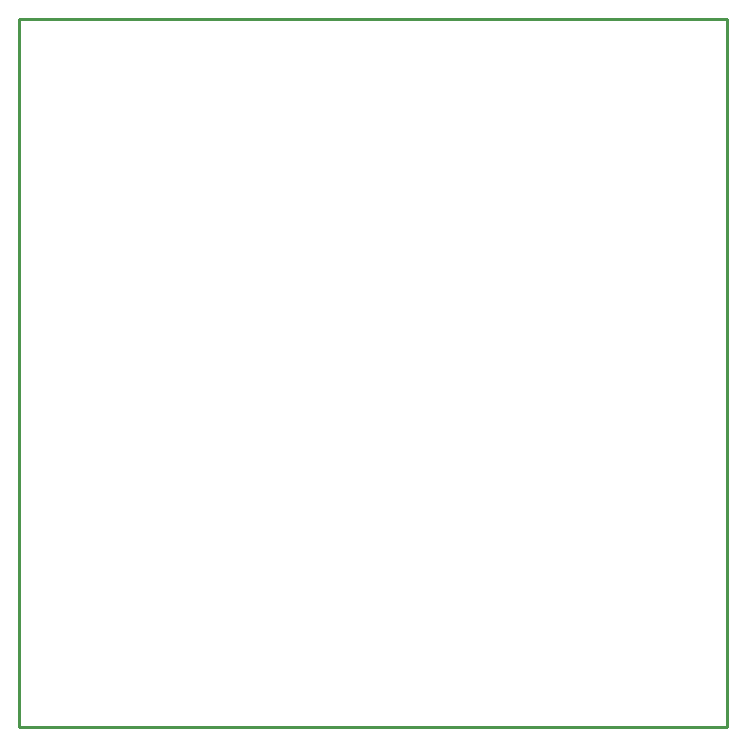
<source format=gbr>
G04 start of page 6 for group 4 idx 4 *
G04 Title: receiver, outline *
G04 Creator: pcb 20140316 *
G04 CreationDate: Tue 02 Jan 2018 12:34:38 AM GMT UTC *
G04 For: brian *
G04 Format: Gerber/RS-274X *
G04 PCB-Dimensions (mil): 6000.00 5000.00 *
G04 PCB-Coordinate-Origin: lower left *
%MOIN*%
%FSLAX25Y25*%
%LNOUTLINE*%
%ADD104C,0.0100*%
G54D104*X148000Y262000D02*X384000D01*
Y26000D01*
X148000D01*
Y262000D01*
M02*

</source>
